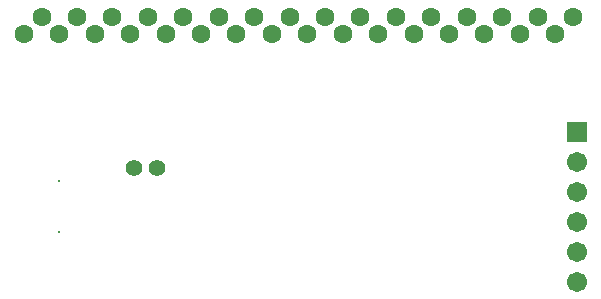
<source format=gbs>
%FSLAX24Y24*%
%MOIN*%
G70*
G01*
G75*
G04 Layer_Color=16711935*
%ADD10R,0.0472X0.0551*%
%ADD11R,0.0551X0.0472*%
%ADD12O,0.0689X0.0217*%
%ADD13O,0.0217X0.0689*%
%ADD14R,0.0906X0.0197*%
%ADD15R,0.0984X0.0787*%
%ADD16R,0.0945X0.1339*%
%ADD17R,0.0945X0.0787*%
%ADD18C,0.0120*%
%ADD19C,0.0200*%
%ADD20C,0.0250*%
%ADD21C,0.0550*%
%ADD22C,0.0591*%
%ADD23R,0.0591X0.0591*%
%ADD24C,0.0472*%
%ADD25C,0.0240*%
%ADD26C,0.0500*%
%ADD27C,0.0100*%
%ADD28C,0.0236*%
%ADD29C,0.0098*%
%ADD30C,0.0079*%
%ADD31R,0.0552X0.0631*%
%ADD32R,0.0631X0.0552*%
%ADD33O,0.0769X0.0297*%
%ADD34O,0.0297X0.0769*%
%ADD35R,0.0986X0.0277*%
%ADD36R,0.1064X0.0867*%
%ADD37R,0.1025X0.1419*%
%ADD38R,0.1025X0.0867*%
%ADD39C,0.0630*%
%ADD40C,0.0671*%
%ADD41R,0.0671X0.0671*%
%ADD42C,0.0552*%
%ADD43C,0.0080*%
D39*
X39004Y32550D02*
D03*
X39595Y33141D02*
D03*
X37823Y32550D02*
D03*
X38414Y33141D02*
D03*
X36642Y32550D02*
D03*
X37233Y33141D02*
D03*
X35461Y32550D02*
D03*
X36052Y33141D02*
D03*
X34280Y32550D02*
D03*
X34870Y33141D02*
D03*
X33099Y32550D02*
D03*
X33689Y33141D02*
D03*
X31918Y32550D02*
D03*
X32508Y33141D02*
D03*
X29556Y32550D02*
D03*
X31327Y33141D02*
D03*
X28374Y32550D02*
D03*
X30737D02*
D03*
X41367D02*
D03*
X41957Y33141D02*
D03*
X30146D02*
D03*
X40776D02*
D03*
X28965D02*
D03*
X27193Y32550D02*
D03*
X26603Y33141D02*
D03*
X40185Y32550D02*
D03*
X27784Y33141D02*
D03*
X26012Y32550D02*
D03*
X25422Y33141D02*
D03*
X24831Y32550D02*
D03*
X24241Y33141D02*
D03*
X23650Y32550D02*
D03*
D40*
X42100Y24300D02*
D03*
Y25300D02*
D03*
Y26300D02*
D03*
Y27300D02*
D03*
Y28300D02*
D03*
D41*
Y29300D02*
D03*
D42*
X28100Y28100D02*
D03*
X27313D02*
D03*
D43*
X24830Y25944D02*
D03*
Y27676D02*
D03*
M02*

</source>
